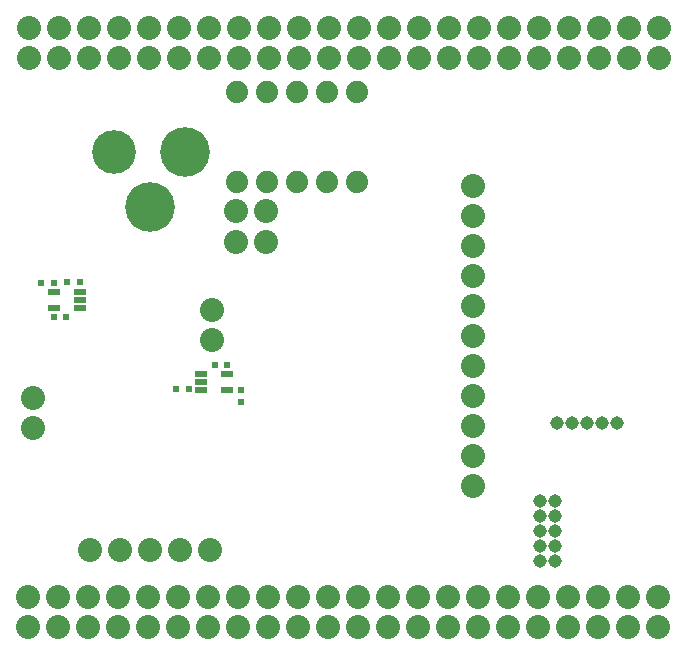
<source format=gbs>
G04 ================== begin FILE IDENTIFICATION RECORD ==================*
G04 Layout Name:  BBB_CAPE_PCB_AN_V_1_1.brd*
G04 Film Name:    SOLDERMASK_BOTTOM*
G04 File Format:  Gerber RS274X*
G04 File Origin:  Cadence Allegro 16.6-2015-S056*
G04 Origin Date:  Tue May 17 20:29:37 2016*
G04 *
G04 Layer:  VIA CLASS/SOLDERMASK_BOTTOM*
G04 Layer:  PIN/SOLDERMASK_BOTTOM*
G04 Layer:  PACKAGE GEOMETRY/SOLDERMASK_BOTTOM*
G04 Layer:  BOARD GEOMETRY/SOLDERMASK_BOTTOM*
G04 *
G04 Offset:    (0.00 0.00)*
G04 Mirror:    No*
G04 Mode:      Positive*
G04 Rotation:  0*
G04 FullContactRelief:  No*
G04 UndefLineWidth:     5.00*
G04 ================== end FILE IDENTIFICATION RECORD ====================*
%FSLAX25Y25*MOIN*%
%IR0*IPPOS*OFA0.00000B0.00000*MIA0B0*SFA1.00000B1.00000*%
%ADD10C,.08*%
%ADD17C,.045*%
%ADD16C,.074*%
%ADD12R,.041X.021*%
%ADD15R,.024X.024*%
%ADD11R,.024X.024*%
%ADD14C,.16535*%
%ADD13C,.14567*%
%LPD*%
G75*
G54D10*
X616300Y1610600D03*
Y1600600D03*
X617700Y1666900D03*
Y1676900D03*
X616400Y1790500D03*
Y1800500D03*
X636300Y1610600D03*
X626300D03*
X636300Y1600600D03*
X626300D03*
X637000Y1626400D03*
X636400Y1790500D03*
X626400D03*
X636400Y1800500D03*
X626400D03*
X666300Y1610600D03*
X656300D03*
X646300D03*
X666300Y1600600D03*
X656300D03*
X646300D03*
X647000Y1626400D03*
X657000D03*
X667000D03*
X666400Y1790500D03*
X656400D03*
X646400D03*
X666400Y1800500D03*
X656400D03*
X646400D03*
X686300Y1610600D03*
X676300D03*
X686300Y1600600D03*
X676300D03*
X677000Y1626400D03*
X677600Y1696300D03*
Y1706300D03*
X685500Y1729100D03*
Y1739300D03*
X686400Y1790500D03*
X676400D03*
X686400Y1800500D03*
X676400D03*
X716300Y1610600D03*
X706300D03*
X696300D03*
X716300Y1600600D03*
X706300D03*
X696300D03*
X695500Y1729100D03*
Y1739300D03*
X716400Y1790500D03*
X706400D03*
X696400D03*
X716400Y1800500D03*
X706400D03*
X696400D03*
X746300Y1610600D03*
X736300D03*
X726300D03*
X746300Y1600600D03*
X736300D03*
X726300D03*
X746400Y1790500D03*
X736400D03*
X726400D03*
X746400Y1800500D03*
X736400D03*
X726400D03*
X766300Y1610600D03*
X756300D03*
X766300Y1600600D03*
X756300D03*
X764500Y1667600D03*
Y1657600D03*
Y1647600D03*
Y1687600D03*
Y1677600D03*
Y1717600D03*
Y1707600D03*
Y1697600D03*
Y1737600D03*
Y1727600D03*
Y1747600D03*
X766400Y1790500D03*
X756400D03*
X766400Y1800500D03*
X756400D03*
X796300Y1610600D03*
X786300D03*
X776300D03*
X796300Y1600600D03*
X786300D03*
X776300D03*
X796400Y1790500D03*
X786400D03*
X776400D03*
X796400Y1800500D03*
X786400D03*
X776400D03*
X816300Y1610600D03*
X806300D03*
X816300Y1600600D03*
X806300D03*
X816400Y1790500D03*
X806400D03*
X816400Y1800500D03*
X806400D03*
X826300Y1610600D03*
Y1600600D03*
X826400Y1790500D03*
Y1800500D03*
G54D11*
X620600Y1715400D03*
X624800D03*
X628900Y1703900D03*
X624700D03*
X629200Y1715600D03*
X633400D03*
X665600Y1679900D03*
X669800D03*
X678400Y1687900D03*
X682600D03*
G54D12*
X624800Y1712327D03*
Y1707209D03*
X633400D03*
Y1709768D03*
Y1712327D03*
X682600Y1679873D03*
Y1684991D03*
X674000D03*
Y1682432D03*
Y1679873D03*
G54D13*
X644889Y1759104D03*
G54D14*
X656700Y1740600D03*
X668511Y1759104D03*
G54D15*
X687100Y1675600D03*
Y1679800D03*
G54D16*
X686000Y1748900D03*
Y1778900D03*
X696000Y1748900D03*
X706000D03*
X716000D03*
Y1778900D03*
X706000D03*
X696000D03*
X726000Y1748900D03*
Y1778900D03*
G54D17*
X791700Y1622600D03*
X786700D03*
X791700Y1627600D03*
X786700D03*
X791700Y1632600D03*
X786700D03*
X791700Y1637600D03*
X786700D03*
X791700Y1642600D03*
X786700D03*
X792561Y1668661D03*
X812561D03*
X807561D03*
X802561D03*
X797561D03*
M02*

</source>
